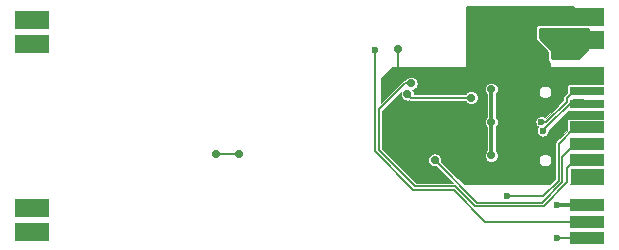
<source format=gtl>
G04 #@! TF.GenerationSoftware,KiCad,Pcbnew,5.1.4+dfsg1-1*
G04 #@! TF.CreationDate,2020-04-13T21:52:35+02:00*
G04 #@! TF.ProjectId,OtterIron_PRO_Top,4f747465-7249-4726-9f6e-5f50524f5f54,rev?*
G04 #@! TF.SameCoordinates,Original*
G04 #@! TF.FileFunction,Copper,L1,Top*
G04 #@! TF.FilePolarity,Positive*
%FSLAX46Y46*%
G04 Gerber Fmt 4.6, Leading zero omitted, Abs format (unit mm)*
G04 Created by KiCad (PCBNEW 5.1.4+dfsg1-1) date 2020-04-13 21:52:35*
%MOMM*%
%LPD*%
G04 APERTURE LIST*
%ADD10R,3.000000X1.500000*%
%ADD11R,3.000000X1.000000*%
%ADD12R,3.000000X0.750000*%
%ADD13O,2.100000X1.000000*%
%ADD14O,1.600000X1.000000*%
%ADD15C,0.700000*%
%ADD16C,0.600000*%
%ADD17C,0.800000*%
%ADD18C,0.154000*%
%ADD19C,0.300000*%
%ADD20C,0.200000*%
%ADD21C,0.100000*%
%ADD22C,0.254000*%
G04 APERTURE END LIST*
D10*
X51550000Y-116950000D03*
X51550000Y-118950000D03*
X51550000Y-103050000D03*
X51550000Y-101050000D03*
X98500000Y-102700000D03*
X98500000Y-100800000D03*
D11*
X98500000Y-116700000D03*
X98500000Y-112900000D03*
X98500000Y-111500000D03*
X98500000Y-110100000D03*
D12*
X98500000Y-108150000D03*
X98500000Y-107050000D03*
D11*
X98500000Y-119500000D03*
X98500000Y-118100000D03*
D13*
X94415000Y-105680000D03*
X94415000Y-114320000D03*
D14*
X98595000Y-105680000D03*
X98595000Y-114320000D03*
D15*
X84400000Y-110900000D03*
X86200000Y-110900000D03*
X86200000Y-109100000D03*
X84400000Y-109100000D03*
X89400000Y-110000000D03*
X89500000Y-113500000D03*
X89000000Y-106500000D03*
X83500000Y-105500000D03*
X82500000Y-105500000D03*
X91250000Y-106000000D03*
X82000000Y-111500000D03*
X82000000Y-109500000D03*
X82500000Y-103500000D03*
D16*
X86100000Y-114250000D03*
X84750000Y-114300000D03*
X97400000Y-102100000D03*
X97450000Y-103050000D03*
X98850000Y-102300000D03*
D15*
X88700000Y-107600000D03*
X83300000Y-107300000D03*
D16*
X96300000Y-102200000D03*
X95200000Y-102300000D03*
X96200000Y-103500000D03*
X97600000Y-103950000D03*
D15*
X90400000Y-109700000D03*
X90400000Y-106900000D03*
X90400000Y-112500000D03*
D16*
X96000002Y-116700000D03*
X94635348Y-109654756D03*
X94750000Y-110400000D03*
X91750000Y-115960979D03*
D15*
X67100000Y-112400000D03*
X85600000Y-112879002D03*
X69000002Y-112400000D03*
X83600000Y-106400000D03*
D16*
X80550000Y-103550000D03*
X96000000Y-119450000D03*
D17*
X94415000Y-105680000D02*
X98595000Y-105680000D01*
D18*
X82500000Y-105500000D02*
X82500000Y-103500000D01*
X98500000Y-100800000D02*
X95250000Y-100800000D01*
X83600000Y-107600000D02*
X83300000Y-107300000D01*
X88700000Y-107600000D02*
X83600000Y-107600000D01*
D19*
X90400000Y-109700000D02*
X90400000Y-106900000D01*
X90400000Y-112500000D02*
X90400000Y-109700000D01*
X98500000Y-116700000D02*
X96000002Y-116700000D01*
D18*
X98500000Y-107050000D02*
X97375000Y-107050000D01*
X95059612Y-109654756D02*
X94635348Y-109654756D01*
X96768999Y-107656001D02*
X96768999Y-107945369D01*
X97375000Y-107050000D02*
X96768999Y-107656001D01*
X96768999Y-107945369D02*
X95059612Y-109654756D01*
X98152000Y-107802000D02*
X97383672Y-107802000D01*
X98500000Y-108150000D02*
X98152000Y-107802000D01*
X97383672Y-107802000D02*
X94983672Y-110202000D01*
X94948000Y-110202000D02*
X94750000Y-110400000D01*
X94983672Y-110202000D02*
X94948000Y-110202000D01*
X96100000Y-114650000D02*
X94789021Y-115960979D01*
X98500000Y-110100000D02*
X97500000Y-110100000D01*
X92174264Y-115960979D02*
X91750000Y-115960979D01*
X96100000Y-111500000D02*
X96100000Y-114650000D01*
X94789021Y-115960979D02*
X92174264Y-115960979D01*
X97500000Y-110100000D02*
X96100000Y-111500000D01*
X85600000Y-112879002D02*
X89212987Y-116491989D01*
X96408011Y-112591989D02*
X97500000Y-111500000D01*
X94693604Y-116491989D02*
X96408011Y-114777582D01*
X89212987Y-116491989D02*
X94693604Y-116491989D01*
X97500000Y-111500000D02*
X98500000Y-111500000D01*
X96408011Y-114777582D02*
X96408011Y-112591989D01*
D20*
X67100000Y-112400000D02*
X69000002Y-112400000D01*
D18*
X89035592Y-116800000D02*
X94821186Y-116800000D01*
X87327582Y-115091989D02*
X89035592Y-116800000D01*
X96846000Y-114775186D02*
X96846000Y-113554000D01*
X83600000Y-106400000D02*
X83105026Y-106400000D01*
X97500000Y-112900000D02*
X98500000Y-112900000D01*
X96846000Y-113554000D02*
X97500000Y-112900000D01*
X80900000Y-108605026D02*
X80900000Y-112064408D01*
X94821186Y-116800000D02*
X96846000Y-114775186D01*
X83105026Y-106400000D02*
X80900000Y-108605026D01*
X83927581Y-115091989D02*
X87327582Y-115091989D01*
X80900000Y-112064408D02*
X83927581Y-115091989D01*
X83800000Y-115400000D02*
X80550000Y-112150000D01*
X89900000Y-118100000D02*
X87200000Y-115400000D01*
X80550000Y-103974264D02*
X80550000Y-103550000D01*
X80550000Y-112150000D02*
X80550000Y-103974264D01*
X98500000Y-118100000D02*
X89900000Y-118100000D01*
X87200000Y-115400000D02*
X83800000Y-115400000D01*
X98450000Y-119450000D02*
X98500000Y-119500000D01*
X96000000Y-119450000D02*
X98450000Y-119450000D01*
D21*
G36*
X99875001Y-106470013D02*
G01*
X97000000Y-106470013D01*
X96960009Y-106473952D01*
X96921555Y-106485617D01*
X96886115Y-106504560D01*
X96855052Y-106530052D01*
X96829560Y-106561115D01*
X96810617Y-106596555D01*
X96798952Y-106635009D01*
X96795013Y-106675000D01*
X96795013Y-107232594D01*
X96580064Y-107447543D01*
X96569341Y-107456343D01*
X96534226Y-107499131D01*
X96508133Y-107547948D01*
X96492065Y-107600916D01*
X96487999Y-107642202D01*
X96486640Y-107656001D01*
X96487999Y-107669798D01*
X96487999Y-107828975D01*
X95005166Y-109311809D01*
X94956630Y-109263273D01*
X94874082Y-109208117D01*
X94782359Y-109170124D01*
X94684988Y-109150756D01*
X94585708Y-109150756D01*
X94488337Y-109170124D01*
X94396614Y-109208117D01*
X94314066Y-109263273D01*
X94243865Y-109333474D01*
X94188709Y-109416022D01*
X94150716Y-109507745D01*
X94131348Y-109605116D01*
X94131348Y-109704396D01*
X94150716Y-109801767D01*
X94188709Y-109893490D01*
X94243865Y-109976038D01*
X94314066Y-110046239D01*
X94360182Y-110077053D01*
X94358517Y-110078718D01*
X94303361Y-110161266D01*
X94265368Y-110252989D01*
X94246000Y-110350360D01*
X94246000Y-110449640D01*
X94265368Y-110547011D01*
X94303361Y-110638734D01*
X94358517Y-110721282D01*
X94428718Y-110791483D01*
X94511266Y-110846639D01*
X94602989Y-110884632D01*
X94700360Y-110904000D01*
X94799640Y-110904000D01*
X94897011Y-110884632D01*
X94988734Y-110846639D01*
X95071282Y-110791483D01*
X95141483Y-110721282D01*
X95196639Y-110638734D01*
X95234632Y-110547011D01*
X95254000Y-110449640D01*
X95254000Y-110350360D01*
X95250467Y-110332598D01*
X96887099Y-108695966D01*
X96921555Y-108714383D01*
X96960009Y-108726048D01*
X97000000Y-108729987D01*
X99875001Y-108729987D01*
X99875001Y-109395013D01*
X97000000Y-109395013D01*
X96960009Y-109398952D01*
X96921555Y-109410617D01*
X96886115Y-109429560D01*
X96855052Y-109455052D01*
X96829560Y-109486115D01*
X96810617Y-109521555D01*
X96798952Y-109560009D01*
X96795013Y-109600000D01*
X96795013Y-110407593D01*
X95911065Y-111291542D01*
X95900342Y-111300342D01*
X95865227Y-111343130D01*
X95839134Y-111391947D01*
X95823066Y-111444915D01*
X95819000Y-111486201D01*
X95817641Y-111500000D01*
X95819000Y-111513797D01*
X95819001Y-114533605D01*
X95402606Y-114950000D01*
X88068392Y-114950000D01*
X86137071Y-113018680D01*
X86154000Y-112933566D01*
X86154000Y-112824438D01*
X86132711Y-112717406D01*
X86090949Y-112616584D01*
X86030320Y-112525847D01*
X85953155Y-112448682D01*
X85862418Y-112388053D01*
X85761596Y-112346291D01*
X85654564Y-112325002D01*
X85545436Y-112325002D01*
X85438404Y-112346291D01*
X85337582Y-112388053D01*
X85246845Y-112448682D01*
X85169680Y-112525847D01*
X85109051Y-112616584D01*
X85067289Y-112717406D01*
X85046000Y-112824438D01*
X85046000Y-112933566D01*
X85067289Y-113040598D01*
X85109051Y-113141420D01*
X85169680Y-113232157D01*
X85246845Y-113309322D01*
X85337582Y-113369951D01*
X85438404Y-113411713D01*
X85545436Y-113433002D01*
X85654564Y-113433002D01*
X85739678Y-113416073D01*
X87134594Y-114810989D01*
X84043975Y-114810989D01*
X81181000Y-111948015D01*
X81181000Y-108721419D01*
X82769604Y-107132816D01*
X82767289Y-107138404D01*
X82746000Y-107245436D01*
X82746000Y-107354564D01*
X82767289Y-107461596D01*
X82809051Y-107562418D01*
X82869680Y-107653155D01*
X82946845Y-107730320D01*
X83037582Y-107790949D01*
X83138404Y-107832711D01*
X83245436Y-107854000D01*
X83354564Y-107854000D01*
X83445326Y-107835947D01*
X83469222Y-107848720D01*
X83491946Y-107860866D01*
X83544914Y-107876934D01*
X83586201Y-107881000D01*
X83586202Y-107881000D01*
X83599999Y-107882359D01*
X83613796Y-107881000D01*
X88221467Y-107881000D01*
X88269680Y-107953155D01*
X88346845Y-108030320D01*
X88437582Y-108090949D01*
X88538404Y-108132711D01*
X88645436Y-108154000D01*
X88754564Y-108154000D01*
X88861596Y-108132711D01*
X88962418Y-108090949D01*
X89053155Y-108030320D01*
X89130320Y-107953155D01*
X89190949Y-107862418D01*
X89232711Y-107761596D01*
X89254000Y-107654564D01*
X89254000Y-107545436D01*
X89232711Y-107438404D01*
X89190949Y-107337582D01*
X89130320Y-107246845D01*
X89053155Y-107169680D01*
X88962418Y-107109051D01*
X88861596Y-107067289D01*
X88754564Y-107046000D01*
X88645436Y-107046000D01*
X88538404Y-107067289D01*
X88437582Y-107109051D01*
X88346845Y-107169680D01*
X88269680Y-107246845D01*
X88221467Y-107319000D01*
X83854000Y-107319000D01*
X83854000Y-107245436D01*
X83832711Y-107138404D01*
X83790949Y-107037582D01*
X83730320Y-106946845D01*
X83723720Y-106940245D01*
X83761596Y-106932711D01*
X83862418Y-106890949D01*
X83930532Y-106845436D01*
X89846000Y-106845436D01*
X89846000Y-106954564D01*
X89867289Y-107061596D01*
X89909051Y-107162418D01*
X89969680Y-107253155D01*
X90046001Y-107329476D01*
X90046000Y-109270525D01*
X89969680Y-109346845D01*
X89909051Y-109437582D01*
X89867289Y-109538404D01*
X89846000Y-109645436D01*
X89846000Y-109754564D01*
X89867289Y-109861596D01*
X89909051Y-109962418D01*
X89969680Y-110053155D01*
X90046001Y-110129476D01*
X90046000Y-112070525D01*
X89969680Y-112146845D01*
X89909051Y-112237582D01*
X89867289Y-112338404D01*
X89846000Y-112445436D01*
X89846000Y-112554564D01*
X89867289Y-112661596D01*
X89909051Y-112762418D01*
X89969680Y-112853155D01*
X90046845Y-112930320D01*
X90137582Y-112990949D01*
X90238404Y-113032711D01*
X90345436Y-113054000D01*
X90454564Y-113054000D01*
X90561596Y-113032711D01*
X90662418Y-112990949D01*
X90753155Y-112930320D01*
X90830320Y-112853155D01*
X90840514Y-112837898D01*
X94416000Y-112837898D01*
X94416000Y-112942102D01*
X94436329Y-113044304D01*
X94476206Y-113140576D01*
X94534099Y-113227218D01*
X94607782Y-113300901D01*
X94694424Y-113358794D01*
X94790696Y-113398671D01*
X94892898Y-113419000D01*
X94997102Y-113419000D01*
X95099304Y-113398671D01*
X95195576Y-113358794D01*
X95282218Y-113300901D01*
X95355901Y-113227218D01*
X95413794Y-113140576D01*
X95453671Y-113044304D01*
X95474000Y-112942102D01*
X95474000Y-112837898D01*
X95453671Y-112735696D01*
X95413794Y-112639424D01*
X95355901Y-112552782D01*
X95282218Y-112479099D01*
X95195576Y-112421206D01*
X95099304Y-112381329D01*
X94997102Y-112361000D01*
X94892898Y-112361000D01*
X94790696Y-112381329D01*
X94694424Y-112421206D01*
X94607782Y-112479099D01*
X94534099Y-112552782D01*
X94476206Y-112639424D01*
X94436329Y-112735696D01*
X94416000Y-112837898D01*
X90840514Y-112837898D01*
X90890949Y-112762418D01*
X90932711Y-112661596D01*
X90954000Y-112554564D01*
X90954000Y-112445436D01*
X90932711Y-112338404D01*
X90890949Y-112237582D01*
X90830320Y-112146845D01*
X90754000Y-112070525D01*
X90754000Y-110129475D01*
X90830320Y-110053155D01*
X90890949Y-109962418D01*
X90932711Y-109861596D01*
X90954000Y-109754564D01*
X90954000Y-109645436D01*
X90932711Y-109538404D01*
X90890949Y-109437582D01*
X90830320Y-109346845D01*
X90754000Y-109270525D01*
X90754000Y-107329475D01*
X90830320Y-107253155D01*
X90890949Y-107162418D01*
X90932711Y-107061596D01*
X90933446Y-107057898D01*
X94416000Y-107057898D01*
X94416000Y-107162102D01*
X94436329Y-107264304D01*
X94476206Y-107360576D01*
X94534099Y-107447218D01*
X94607782Y-107520901D01*
X94694424Y-107578794D01*
X94790696Y-107618671D01*
X94892898Y-107639000D01*
X94997102Y-107639000D01*
X95099304Y-107618671D01*
X95195576Y-107578794D01*
X95282218Y-107520901D01*
X95355901Y-107447218D01*
X95413794Y-107360576D01*
X95453671Y-107264304D01*
X95474000Y-107162102D01*
X95474000Y-107057898D01*
X95453671Y-106955696D01*
X95413794Y-106859424D01*
X95355901Y-106772782D01*
X95282218Y-106699099D01*
X95195576Y-106641206D01*
X95099304Y-106601329D01*
X94997102Y-106581000D01*
X94892898Y-106581000D01*
X94790696Y-106601329D01*
X94694424Y-106641206D01*
X94607782Y-106699099D01*
X94534099Y-106772782D01*
X94476206Y-106859424D01*
X94436329Y-106955696D01*
X94416000Y-107057898D01*
X90933446Y-107057898D01*
X90954000Y-106954564D01*
X90954000Y-106845436D01*
X90932711Y-106738404D01*
X90890949Y-106637582D01*
X90830320Y-106546845D01*
X90753155Y-106469680D01*
X90662418Y-106409051D01*
X90561596Y-106367289D01*
X90454564Y-106346000D01*
X90345436Y-106346000D01*
X90238404Y-106367289D01*
X90137582Y-106409051D01*
X90046845Y-106469680D01*
X89969680Y-106546845D01*
X89909051Y-106637582D01*
X89867289Y-106738404D01*
X89846000Y-106845436D01*
X83930532Y-106845436D01*
X83953155Y-106830320D01*
X84030320Y-106753155D01*
X84090949Y-106662418D01*
X84132711Y-106561596D01*
X84154000Y-106454564D01*
X84154000Y-106345436D01*
X84132711Y-106238404D01*
X84090949Y-106137582D01*
X84030320Y-106046845D01*
X83953155Y-105969680D01*
X83862418Y-105909051D01*
X83761596Y-105867289D01*
X83654564Y-105846000D01*
X83545436Y-105846000D01*
X83438404Y-105867289D01*
X83337582Y-105909051D01*
X83246845Y-105969680D01*
X83169680Y-106046845D01*
X83121467Y-106119000D01*
X83118823Y-106119000D01*
X83105026Y-106117641D01*
X83091229Y-106119000D01*
X83091227Y-106119000D01*
X83049940Y-106123066D01*
X83009299Y-106135394D01*
X82996971Y-106139134D01*
X82948156Y-106165227D01*
X82905368Y-106200342D01*
X82896572Y-106211060D01*
X81050000Y-108057633D01*
X81050000Y-106020710D01*
X82020710Y-105050000D01*
X99875001Y-105050000D01*
X99875001Y-106470013D01*
X99875001Y-106470013D01*
G37*
X99875001Y-106470013D02*
X97000000Y-106470013D01*
X96960009Y-106473952D01*
X96921555Y-106485617D01*
X96886115Y-106504560D01*
X96855052Y-106530052D01*
X96829560Y-106561115D01*
X96810617Y-106596555D01*
X96798952Y-106635009D01*
X96795013Y-106675000D01*
X96795013Y-107232594D01*
X96580064Y-107447543D01*
X96569341Y-107456343D01*
X96534226Y-107499131D01*
X96508133Y-107547948D01*
X96492065Y-107600916D01*
X96487999Y-107642202D01*
X96486640Y-107656001D01*
X96487999Y-107669798D01*
X96487999Y-107828975D01*
X95005166Y-109311809D01*
X94956630Y-109263273D01*
X94874082Y-109208117D01*
X94782359Y-109170124D01*
X94684988Y-109150756D01*
X94585708Y-109150756D01*
X94488337Y-109170124D01*
X94396614Y-109208117D01*
X94314066Y-109263273D01*
X94243865Y-109333474D01*
X94188709Y-109416022D01*
X94150716Y-109507745D01*
X94131348Y-109605116D01*
X94131348Y-109704396D01*
X94150716Y-109801767D01*
X94188709Y-109893490D01*
X94243865Y-109976038D01*
X94314066Y-110046239D01*
X94360182Y-110077053D01*
X94358517Y-110078718D01*
X94303361Y-110161266D01*
X94265368Y-110252989D01*
X94246000Y-110350360D01*
X94246000Y-110449640D01*
X94265368Y-110547011D01*
X94303361Y-110638734D01*
X94358517Y-110721282D01*
X94428718Y-110791483D01*
X94511266Y-110846639D01*
X94602989Y-110884632D01*
X94700360Y-110904000D01*
X94799640Y-110904000D01*
X94897011Y-110884632D01*
X94988734Y-110846639D01*
X95071282Y-110791483D01*
X95141483Y-110721282D01*
X95196639Y-110638734D01*
X95234632Y-110547011D01*
X95254000Y-110449640D01*
X95254000Y-110350360D01*
X95250467Y-110332598D01*
X96887099Y-108695966D01*
X96921555Y-108714383D01*
X96960009Y-108726048D01*
X97000000Y-108729987D01*
X99875001Y-108729987D01*
X99875001Y-109395013D01*
X97000000Y-109395013D01*
X96960009Y-109398952D01*
X96921555Y-109410617D01*
X96886115Y-109429560D01*
X96855052Y-109455052D01*
X96829560Y-109486115D01*
X96810617Y-109521555D01*
X96798952Y-109560009D01*
X96795013Y-109600000D01*
X96795013Y-110407593D01*
X95911065Y-111291542D01*
X95900342Y-111300342D01*
X95865227Y-111343130D01*
X95839134Y-111391947D01*
X95823066Y-111444915D01*
X95819000Y-111486201D01*
X95817641Y-111500000D01*
X95819000Y-111513797D01*
X95819001Y-114533605D01*
X95402606Y-114950000D01*
X88068392Y-114950000D01*
X86137071Y-113018680D01*
X86154000Y-112933566D01*
X86154000Y-112824438D01*
X86132711Y-112717406D01*
X86090949Y-112616584D01*
X86030320Y-112525847D01*
X85953155Y-112448682D01*
X85862418Y-112388053D01*
X85761596Y-112346291D01*
X85654564Y-112325002D01*
X85545436Y-112325002D01*
X85438404Y-112346291D01*
X85337582Y-112388053D01*
X85246845Y-112448682D01*
X85169680Y-112525847D01*
X85109051Y-112616584D01*
X85067289Y-112717406D01*
X85046000Y-112824438D01*
X85046000Y-112933566D01*
X85067289Y-113040598D01*
X85109051Y-113141420D01*
X85169680Y-113232157D01*
X85246845Y-113309322D01*
X85337582Y-113369951D01*
X85438404Y-113411713D01*
X85545436Y-113433002D01*
X85654564Y-113433002D01*
X85739678Y-113416073D01*
X87134594Y-114810989D01*
X84043975Y-114810989D01*
X81181000Y-111948015D01*
X81181000Y-108721419D01*
X82769604Y-107132816D01*
X82767289Y-107138404D01*
X82746000Y-107245436D01*
X82746000Y-107354564D01*
X82767289Y-107461596D01*
X82809051Y-107562418D01*
X82869680Y-107653155D01*
X82946845Y-107730320D01*
X83037582Y-107790949D01*
X83138404Y-107832711D01*
X83245436Y-107854000D01*
X83354564Y-107854000D01*
X83445326Y-107835947D01*
X83469222Y-107848720D01*
X83491946Y-107860866D01*
X83544914Y-107876934D01*
X83586201Y-107881000D01*
X83586202Y-107881000D01*
X83599999Y-107882359D01*
X83613796Y-107881000D01*
X88221467Y-107881000D01*
X88269680Y-107953155D01*
X88346845Y-108030320D01*
X88437582Y-108090949D01*
X88538404Y-108132711D01*
X88645436Y-108154000D01*
X88754564Y-108154000D01*
X88861596Y-108132711D01*
X88962418Y-108090949D01*
X89053155Y-108030320D01*
X89130320Y-107953155D01*
X89190949Y-107862418D01*
X89232711Y-107761596D01*
X89254000Y-107654564D01*
X89254000Y-107545436D01*
X89232711Y-107438404D01*
X89190949Y-107337582D01*
X89130320Y-107246845D01*
X89053155Y-107169680D01*
X88962418Y-107109051D01*
X88861596Y-107067289D01*
X88754564Y-107046000D01*
X88645436Y-107046000D01*
X88538404Y-107067289D01*
X88437582Y-107109051D01*
X88346845Y-107169680D01*
X88269680Y-107246845D01*
X88221467Y-107319000D01*
X83854000Y-107319000D01*
X83854000Y-107245436D01*
X83832711Y-107138404D01*
X83790949Y-107037582D01*
X83730320Y-106946845D01*
X83723720Y-106940245D01*
X83761596Y-106932711D01*
X83862418Y-106890949D01*
X83930532Y-106845436D01*
X89846000Y-106845436D01*
X89846000Y-106954564D01*
X89867289Y-107061596D01*
X89909051Y-107162418D01*
X89969680Y-107253155D01*
X90046001Y-107329476D01*
X90046000Y-109270525D01*
X89969680Y-109346845D01*
X89909051Y-109437582D01*
X89867289Y-109538404D01*
X89846000Y-109645436D01*
X89846000Y-109754564D01*
X89867289Y-109861596D01*
X89909051Y-109962418D01*
X89969680Y-110053155D01*
X90046001Y-110129476D01*
X90046000Y-112070525D01*
X89969680Y-112146845D01*
X89909051Y-112237582D01*
X89867289Y-112338404D01*
X89846000Y-112445436D01*
X89846000Y-112554564D01*
X89867289Y-112661596D01*
X89909051Y-112762418D01*
X89969680Y-112853155D01*
X90046845Y-112930320D01*
X90137582Y-112990949D01*
X90238404Y-113032711D01*
X90345436Y-113054000D01*
X90454564Y-113054000D01*
X90561596Y-113032711D01*
X90662418Y-112990949D01*
X90753155Y-112930320D01*
X90830320Y-112853155D01*
X90840514Y-112837898D01*
X94416000Y-112837898D01*
X94416000Y-112942102D01*
X94436329Y-113044304D01*
X94476206Y-113140576D01*
X94534099Y-113227218D01*
X94607782Y-113300901D01*
X94694424Y-113358794D01*
X94790696Y-113398671D01*
X94892898Y-113419000D01*
X94997102Y-113419000D01*
X95099304Y-113398671D01*
X95195576Y-113358794D01*
X95282218Y-113300901D01*
X95355901Y-113227218D01*
X95413794Y-113140576D01*
X95453671Y-113044304D01*
X95474000Y-112942102D01*
X95474000Y-112837898D01*
X95453671Y-112735696D01*
X95413794Y-112639424D01*
X95355901Y-112552782D01*
X95282218Y-112479099D01*
X95195576Y-112421206D01*
X95099304Y-112381329D01*
X94997102Y-112361000D01*
X94892898Y-112361000D01*
X94790696Y-112381329D01*
X94694424Y-112421206D01*
X94607782Y-112479099D01*
X94534099Y-112552782D01*
X94476206Y-112639424D01*
X94436329Y-112735696D01*
X94416000Y-112837898D01*
X90840514Y-112837898D01*
X90890949Y-112762418D01*
X90932711Y-112661596D01*
X90954000Y-112554564D01*
X90954000Y-112445436D01*
X90932711Y-112338404D01*
X90890949Y-112237582D01*
X90830320Y-112146845D01*
X90754000Y-112070525D01*
X90754000Y-110129475D01*
X90830320Y-110053155D01*
X90890949Y-109962418D01*
X90932711Y-109861596D01*
X90954000Y-109754564D01*
X90954000Y-109645436D01*
X90932711Y-109538404D01*
X90890949Y-109437582D01*
X90830320Y-109346845D01*
X90754000Y-109270525D01*
X90754000Y-107329475D01*
X90830320Y-107253155D01*
X90890949Y-107162418D01*
X90932711Y-107061596D01*
X90933446Y-107057898D01*
X94416000Y-107057898D01*
X94416000Y-107162102D01*
X94436329Y-107264304D01*
X94476206Y-107360576D01*
X94534099Y-107447218D01*
X94607782Y-107520901D01*
X94694424Y-107578794D01*
X94790696Y-107618671D01*
X94892898Y-107639000D01*
X94997102Y-107639000D01*
X95099304Y-107618671D01*
X95195576Y-107578794D01*
X95282218Y-107520901D01*
X95355901Y-107447218D01*
X95413794Y-107360576D01*
X95453671Y-107264304D01*
X95474000Y-107162102D01*
X95474000Y-107057898D01*
X95453671Y-106955696D01*
X95413794Y-106859424D01*
X95355901Y-106772782D01*
X95282218Y-106699099D01*
X95195576Y-106641206D01*
X95099304Y-106601329D01*
X94997102Y-106581000D01*
X94892898Y-106581000D01*
X94790696Y-106601329D01*
X94694424Y-106641206D01*
X94607782Y-106699099D01*
X94534099Y-106772782D01*
X94476206Y-106859424D01*
X94436329Y-106955696D01*
X94416000Y-107057898D01*
X90933446Y-107057898D01*
X90954000Y-106954564D01*
X90954000Y-106845436D01*
X90932711Y-106738404D01*
X90890949Y-106637582D01*
X90830320Y-106546845D01*
X90753155Y-106469680D01*
X90662418Y-106409051D01*
X90561596Y-106367289D01*
X90454564Y-106346000D01*
X90345436Y-106346000D01*
X90238404Y-106367289D01*
X90137582Y-106409051D01*
X90046845Y-106469680D01*
X89969680Y-106546845D01*
X89909051Y-106637582D01*
X89867289Y-106738404D01*
X89846000Y-106845436D01*
X83930532Y-106845436D01*
X83953155Y-106830320D01*
X84030320Y-106753155D01*
X84090949Y-106662418D01*
X84132711Y-106561596D01*
X84154000Y-106454564D01*
X84154000Y-106345436D01*
X84132711Y-106238404D01*
X84090949Y-106137582D01*
X84030320Y-106046845D01*
X83953155Y-105969680D01*
X83862418Y-105909051D01*
X83761596Y-105867289D01*
X83654564Y-105846000D01*
X83545436Y-105846000D01*
X83438404Y-105867289D01*
X83337582Y-105909051D01*
X83246845Y-105969680D01*
X83169680Y-106046845D01*
X83121467Y-106119000D01*
X83118823Y-106119000D01*
X83105026Y-106117641D01*
X83091229Y-106119000D01*
X83091227Y-106119000D01*
X83049940Y-106123066D01*
X83009299Y-106135394D01*
X82996971Y-106139134D01*
X82948156Y-106165227D01*
X82905368Y-106200342D01*
X82896572Y-106211060D01*
X81050000Y-108057633D01*
X81050000Y-106020710D01*
X82020710Y-105050000D01*
X99875001Y-105050000D01*
X99875001Y-106470013D01*
G36*
X99875000Y-114950000D02*
G01*
X97066047Y-114950000D01*
X97080773Y-114932057D01*
X97096278Y-114903049D01*
X97106866Y-114883240D01*
X97122934Y-114830272D01*
X97127000Y-114788985D01*
X97127000Y-114788976D01*
X97128358Y-114775187D01*
X97127000Y-114761398D01*
X97127000Y-113670393D01*
X97192406Y-113604987D01*
X99875000Y-113604987D01*
X99875000Y-114950000D01*
X99875000Y-114950000D01*
G37*
X99875000Y-114950000D02*
X97066047Y-114950000D01*
X97080773Y-114932057D01*
X97096278Y-114903049D01*
X97106866Y-114883240D01*
X97122934Y-114830272D01*
X97127000Y-114788985D01*
X97127000Y-114788976D01*
X97128358Y-114775187D01*
X97127000Y-114761398D01*
X97127000Y-113670393D01*
X97192406Y-113604987D01*
X99875000Y-113604987D01*
X99875000Y-114950000D01*
D22*
G36*
X94273000Y-101400795D02*
G01*
X94243885Y-101416357D01*
X94201303Y-101451303D01*
X94166357Y-101493885D01*
X94140390Y-101542466D01*
X94124399Y-101595180D01*
X94119000Y-101650000D01*
X94119000Y-102600000D01*
X94124399Y-102654820D01*
X94140390Y-102707534D01*
X94166357Y-102756115D01*
X94201303Y-102798697D01*
X95119000Y-103716394D01*
X95119000Y-104400000D01*
X95124399Y-104454820D01*
X95140390Y-104507534D01*
X95166357Y-104556115D01*
X95201303Y-104598697D01*
X95243885Y-104633643D01*
X95273000Y-104649205D01*
X95273000Y-105873000D01*
X88327000Y-105873000D01*
X88327000Y-99952000D01*
X94273000Y-99952000D01*
X94273000Y-101400795D01*
X94273000Y-101400795D01*
G37*
X94273000Y-101400795D02*
X94243885Y-101416357D01*
X94201303Y-101451303D01*
X94166357Y-101493885D01*
X94140390Y-101542466D01*
X94124399Y-101595180D01*
X94119000Y-101650000D01*
X94119000Y-102600000D01*
X94124399Y-102654820D01*
X94140390Y-102707534D01*
X94166357Y-102756115D01*
X94201303Y-102798697D01*
X95119000Y-103716394D01*
X95119000Y-104400000D01*
X95124399Y-104454820D01*
X95140390Y-104507534D01*
X95166357Y-104556115D01*
X95201303Y-104598697D01*
X95243885Y-104633643D01*
X95273000Y-104649205D01*
X95273000Y-105873000D01*
X88327000Y-105873000D01*
X88327000Y-99952000D01*
X94273000Y-99952000D01*
X94273000Y-101400795D01*
G36*
X97273000Y-101369000D02*
G01*
X94400000Y-101369000D01*
X94345180Y-101374399D01*
X94292466Y-101390390D01*
X94243885Y-101416357D01*
X94235790Y-101423000D01*
X94177000Y-101423000D01*
X94177000Y-99952000D01*
X97273000Y-99952000D01*
X97273000Y-101369000D01*
X97273000Y-101369000D01*
G37*
X97273000Y-101369000D02*
X94400000Y-101369000D01*
X94345180Y-101374399D01*
X94292466Y-101390390D01*
X94243885Y-101416357D01*
X94235790Y-101423000D01*
X94177000Y-101423000D01*
X94177000Y-99952000D01*
X97273000Y-99952000D01*
X97273000Y-101369000D01*
G36*
X96843130Y-101784773D02*
G01*
X96891946Y-101810866D01*
X96944914Y-101826934D01*
X97000000Y-101832359D01*
X98623000Y-101832359D01*
X98623000Y-103397394D01*
X97747394Y-104273000D01*
X95527000Y-104273000D01*
X95527000Y-103600000D01*
X95524560Y-103575224D01*
X95517333Y-103551399D01*
X95505597Y-103529443D01*
X95489803Y-103510197D01*
X94527000Y-102547394D01*
X94527000Y-101777000D01*
X96833659Y-101777000D01*
X96843130Y-101784773D01*
X96843130Y-101784773D01*
G37*
X96843130Y-101784773D02*
X96891946Y-101810866D01*
X96944914Y-101826934D01*
X97000000Y-101832359D01*
X98623000Y-101832359D01*
X98623000Y-103397394D01*
X97747394Y-104273000D01*
X95527000Y-104273000D01*
X95527000Y-103600000D01*
X95524560Y-103575224D01*
X95517333Y-103551399D01*
X95505597Y-103529443D01*
X95489803Y-103510197D01*
X94527000Y-102547394D01*
X94527000Y-101777000D01*
X96833659Y-101777000D01*
X96843130Y-101784773D01*
M02*

</source>
